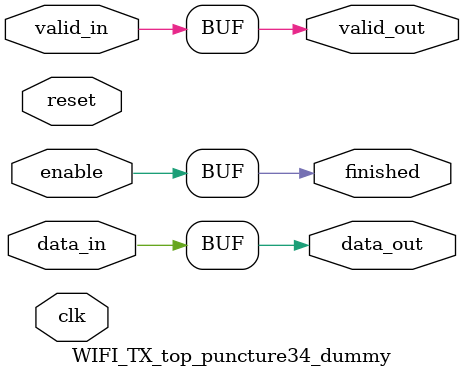
<source format=v>
/*
======================================================================================
				Standard   : WIFI
				Block name : Dummy Puncturer 
======================================================================================
*/
//====================================================================================
module WIFI_TX_top_puncture34_dummy
(
	clk,
	reset,
	valid_in,
	enable,
	data_in,
	valid_out,
	finished,
	data_out
);
	//============================================================================
	input clk;
	input reset;
	input valid_in;
	input enable;
	input data_in;    
	output valid_out;
	output finished;
	output data_out; 
	//============================================================================
	assign data_out 	= data_in;
	assign valid_out	= valid_in;
	assign finished		= enable;
	//============================================================================
endmodule

</source>
